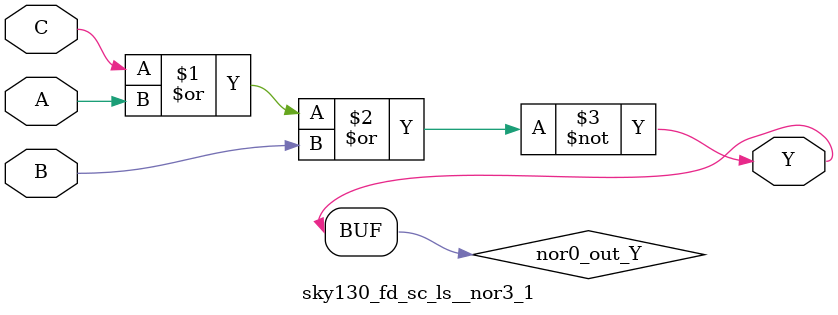
<source format=v>
/*
 * Copyright 2020 The SkyWater PDK Authors
 *
 * Licensed under the Apache License, Version 2.0 (the "License");
 * you may not use this file except in compliance with the License.
 * You may obtain a copy of the License at
 *
 *     https://www.apache.org/licenses/LICENSE-2.0
 *
 * Unless required by applicable law or agreed to in writing, software
 * distributed under the License is distributed on an "AS IS" BASIS,
 * WITHOUT WARRANTIES OR CONDITIONS OF ANY KIND, either express or implied.
 * See the License for the specific language governing permissions and
 * limitations under the License.
 *
 * SPDX-License-Identifier: Apache-2.0
*/


`ifndef SKY130_FD_SC_LS__NOR3_1_FUNCTIONAL_V
`define SKY130_FD_SC_LS__NOR3_1_FUNCTIONAL_V

/**
 * nor3: 3-input NOR.
 *
 *       Y = !(A | B | C | !D)
 *
 * Verilog simulation functional model.
 */

`timescale 1ns / 1ps
`default_nettype none

`celldefine
module sky130_fd_sc_ls__nor3_1 (
    Y,
    A,
    B,
    C
);

    // Module ports
    output Y;
    input  A;
    input  B;
    input  C;

    // Local signals
    wire nor0_out_Y;

    //  Name  Output      Other arguments
    nor nor0 (nor0_out_Y, C, A, B        );
    buf buf0 (Y         , nor0_out_Y     );

endmodule
`endcelldefine

`default_nettype wire
`endif  // SKY130_FD_SC_LS__NOR3_1_FUNCTIONAL_V

</source>
